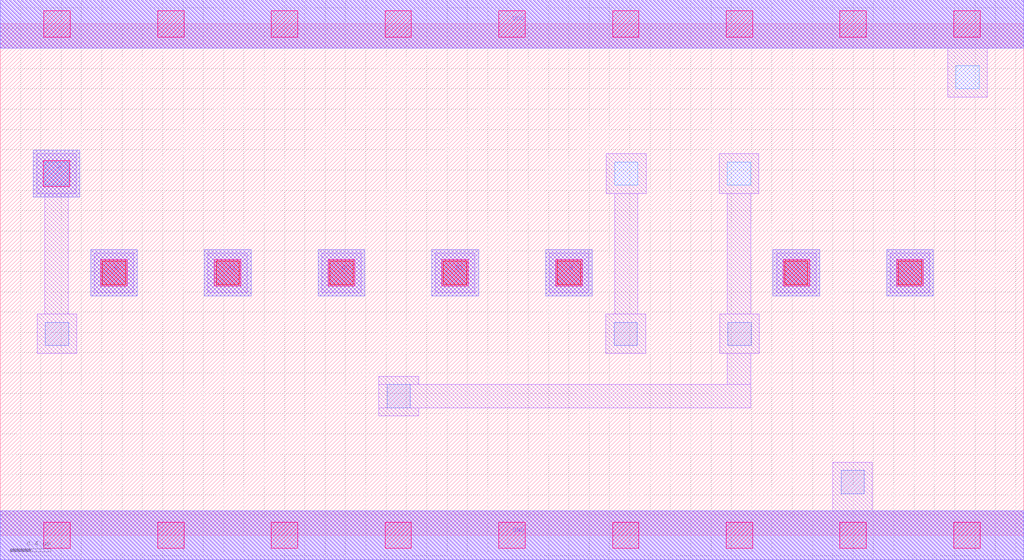
<source format=lef>
MACRO AAOAOI3211
 CLASS CORE ;
 FOREIGN AAOAOI3211 0 0 ;
 SIZE 10.08 BY 5.04 ;
 ORIGIN 0 0 ;
 SYMMETRY X Y R90 ;
 SITE unit ;
  PIN VDD
   DIRECTION INOUT ;
   USE POWER ;
   SHAPE ABUTMENT ;
    PORT
     CLASS CORE ;
       LAYER met1 ;
        RECT 0.00000000 4.80000000 10.08000000 5.28000000 ;
       LAYER met2 ;
        RECT 0.00000000 4.80000000 10.08000000 5.28000000 ;
    END
  END VDD

  PIN GND
   DIRECTION INOUT ;
   USE POWER ;
   SHAPE ABUTMENT ;
    PORT
     CLASS CORE ;
       LAYER met1 ;
        RECT 0.00000000 -0.24000000 10.08000000 0.24000000 ;
       LAYER met2 ;
        RECT 0.00000000 -0.24000000 10.08000000 0.24000000 ;
    END
  END GND

  PIN Y
   DIRECTION INOUT ;
   USE SIGNAL ;
   SHAPE ABUTMENT ;
    PORT
     CLASS CORE ;
       LAYER met2 ;
        RECT 0.32500000 3.33500000 0.78500000 3.79500000 ;
    END
  END Y

  PIN A1
   DIRECTION INOUT ;
   USE SIGNAL ;
   SHAPE ABUTMENT ;
    PORT
     CLASS CORE ;
       LAYER met2 ;
        RECT 2.01000000 2.35700000 2.47000000 2.81700000 ;
    END
  END A1

  PIN C
   DIRECTION INOUT ;
   USE SIGNAL ;
   SHAPE ABUTMENT ;
    PORT
     CLASS CORE ;
       LAYER met2 ;
        RECT 7.61000000 2.35700000 8.07000000 2.81700000 ;
    END
  END C

  PIN D
   DIRECTION INOUT ;
   USE SIGNAL ;
   SHAPE ABUTMENT ;
    PORT
     CLASS CORE ;
       LAYER met2 ;
        RECT 8.73000000 2.35700000 9.19000000 2.81700000 ;
    END
  END D

  PIN B
   DIRECTION INOUT ;
   USE SIGNAL ;
   SHAPE ABUTMENT ;
    PORT
     CLASS CORE ;
       LAYER met2 ;
        RECT 5.37000000 2.35700000 5.83000000 2.81700000 ;
    END
  END B

  PIN A2
   DIRECTION INOUT ;
   USE SIGNAL ;
   SHAPE ABUTMENT ;
    PORT
     CLASS CORE ;
       LAYER met2 ;
        RECT 3.13000000 2.35700000 3.59000000 2.81700000 ;
    END
  END A2

  PIN A
   DIRECTION INOUT ;
   USE SIGNAL ;
   SHAPE ABUTMENT ;
    PORT
     CLASS CORE ;
       LAYER met2 ;
        RECT 0.89000000 2.35700000 1.35000000 2.81700000 ;
    END
  END A

  PIN B1
   DIRECTION INOUT ;
   USE SIGNAL ;
   SHAPE ABUTMENT ;
    PORT
     CLASS CORE ;
       LAYER met2 ;
        RECT 4.25000000 2.35700000 4.71000000 2.81700000 ;
    END
  END B1

 OBS
    LAYER polycont ;
     RECT 1.00500000 2.47200000 1.23500000 2.70200000 ;
     RECT 2.12500000 2.47200000 2.35500000 2.70200000 ;
     RECT 3.24500000 2.47200000 3.47500000 2.70200000 ;
     RECT 4.36500000 2.47200000 4.59500000 2.70200000 ;
     RECT 5.48500000 2.47200000 5.71500000 2.70200000 ;
     RECT 7.72500000 2.47200000 7.95500000 2.70200000 ;
     RECT 8.84500000 2.47200000 9.07500000 2.70200000 ;

    LAYER pdiffc ;
     RECT 0.44000000 3.45000000 0.67000000 3.68000000 ;
     RECT 6.05000000 3.45000000 6.28000000 3.68000000 ;
     RECT 7.16000000 3.45000000 7.39000000 3.68000000 ;
     RECT 9.41000000 4.40000000 9.64000000 4.63000000 ;

    LAYER ndiffc ;
     RECT 8.28000000 0.41000000 8.51000000 0.64000000 ;
     RECT 3.81000000 1.25700000 4.04000000 1.48700000 ;
     RECT 0.44500000 1.87000000 0.67500000 2.10000000 ;
     RECT 6.04500000 1.87000000 6.27500000 2.10000000 ;
     RECT 7.16500000 1.87000000 7.39500000 2.10000000 ;

    LAYER met1 ;
     RECT 0.00000000 -0.24000000 10.08000000 0.24000000 ;
     RECT 8.20000000 0.24000000 8.59000000 0.72000000 ;
     RECT 0.92500000 2.39200000 1.31500000 2.78200000 ;
     RECT 2.04500000 2.39200000 2.43500000 2.78200000 ;
     RECT 3.16500000 2.39200000 3.55500000 2.78200000 ;
     RECT 4.28500000 2.39200000 4.67500000 2.78200000 ;
     RECT 5.40500000 2.39200000 5.79500000 2.78200000 ;
     RECT 7.64500000 2.39200000 8.03500000 2.78200000 ;
     RECT 8.76500000 2.39200000 9.15500000 2.78200000 ;
     RECT 0.36500000 1.79000000 0.75500000 2.18000000 ;
     RECT 0.44000000 2.18000000 0.67000000 3.37000000 ;
     RECT 0.36000000 3.37000000 0.75000000 3.76000000 ;
     RECT 5.96500000 1.79000000 6.35500000 2.18000000 ;
     RECT 6.05000000 2.18000000 6.28000000 3.37000000 ;
     RECT 5.97000000 3.37000000 6.36000000 3.76000000 ;
     RECT 3.73000000 1.17700000 4.12000000 1.25700000 ;
     RECT 3.73000000 1.25700000 7.39000000 1.48700000 ;
     RECT 3.73000000 1.48700000 4.12000000 1.56700000 ;
     RECT 7.16000000 1.48700000 7.39000000 1.79000000 ;
     RECT 7.08500000 1.79000000 7.47500000 2.18000000 ;
     RECT 7.16000000 2.18000000 7.39000000 3.37000000 ;
     RECT 7.08000000 3.37000000 7.47000000 3.76000000 ;
     RECT 9.33000000 4.32000000 9.72000000 4.80000000 ;
     RECT 0.00000000 4.80000000 10.08000000 5.28000000 ;

    LAYER via1 ;
     RECT 0.43000000 -0.13000000 0.69000000 0.13000000 ;
     RECT 1.55000000 -0.13000000 1.81000000 0.13000000 ;
     RECT 2.67000000 -0.13000000 2.93000000 0.13000000 ;
     RECT 3.79000000 -0.13000000 4.05000000 0.13000000 ;
     RECT 4.91000000 -0.13000000 5.17000000 0.13000000 ;
     RECT 6.03000000 -0.13000000 6.29000000 0.13000000 ;
     RECT 7.15000000 -0.13000000 7.41000000 0.13000000 ;
     RECT 8.27000000 -0.13000000 8.53000000 0.13000000 ;
     RECT 9.39000000 -0.13000000 9.65000000 0.13000000 ;
     RECT 0.99000000 2.45700000 1.25000000 2.71700000 ;
     RECT 2.11000000 2.45700000 2.37000000 2.71700000 ;
     RECT 3.23000000 2.45700000 3.49000000 2.71700000 ;
     RECT 4.35000000 2.45700000 4.61000000 2.71700000 ;
     RECT 5.47000000 2.45700000 5.73000000 2.71700000 ;
     RECT 7.71000000 2.45700000 7.97000000 2.71700000 ;
     RECT 8.83000000 2.45700000 9.09000000 2.71700000 ;
     RECT 0.42500000 3.43500000 0.68500000 3.69500000 ;
     RECT 0.43000000 4.91000000 0.69000000 5.17000000 ;
     RECT 1.55000000 4.91000000 1.81000000 5.17000000 ;
     RECT 2.67000000 4.91000000 2.93000000 5.17000000 ;
     RECT 3.79000000 4.91000000 4.05000000 5.17000000 ;
     RECT 4.91000000 4.91000000 5.17000000 5.17000000 ;
     RECT 6.03000000 4.91000000 6.29000000 5.17000000 ;
     RECT 7.15000000 4.91000000 7.41000000 5.17000000 ;
     RECT 8.27000000 4.91000000 8.53000000 5.17000000 ;
     RECT 9.39000000 4.91000000 9.65000000 5.17000000 ;

    LAYER met2 ;
     RECT 0.00000000 -0.24000000 10.08000000 0.24000000 ;
     RECT 0.89000000 2.35700000 1.35000000 2.81700000 ;
     RECT 2.01000000 2.35700000 2.47000000 2.81700000 ;
     RECT 3.13000000 2.35700000 3.59000000 2.81700000 ;
     RECT 4.25000000 2.35700000 4.71000000 2.81700000 ;
     RECT 5.37000000 2.35700000 5.83000000 2.81700000 ;
     RECT 7.61000000 2.35700000 8.07000000 2.81700000 ;
     RECT 8.73000000 2.35700000 9.19000000 2.81700000 ;
     RECT 0.32500000 3.33500000 0.78500000 3.79500000 ;
     RECT 0.00000000 4.80000000 10.08000000 5.28000000 ;

 END
END AAOAOI3211

</source>
